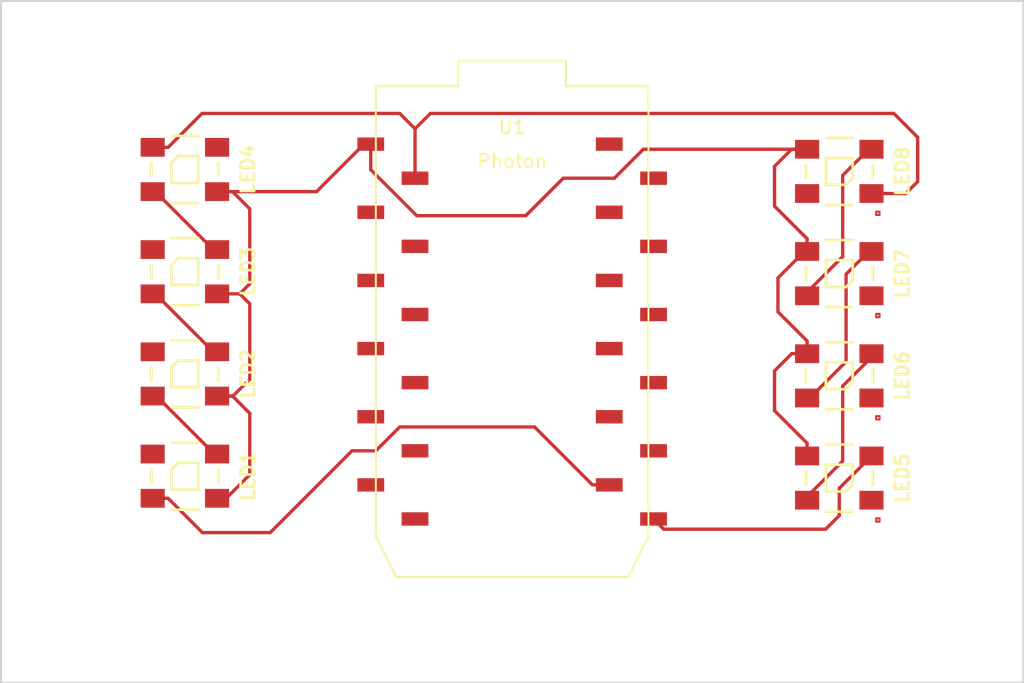
<source format=kicad_pcb>
(kicad_pcb (version 4) (host pcbnew 4.0.3-stable)

  (general
    (links 24)
    (no_connects 24)
    (area 101.524999 76.124999 177.875001 127.075001)
    (thickness 1.6)
    (drawings 4)
    (tracks 90)
    (zones 0)
    (modules 9)
    (nets 11)
  )

  (page A4)
  (layers
    (0 F.Cu signal)
    (31 B.Cu signal)
    (32 B.Adhes user)
    (33 F.Adhes user)
    (34 B.Paste user)
    (35 F.Paste user)
    (36 B.SilkS user)
    (37 F.SilkS user)
    (38 B.Mask user)
    (39 F.Mask user)
    (40 Dwgs.User user)
    (41 Cmts.User user)
    (42 Eco1.User user)
    (43 Eco2.User user)
    (44 Edge.Cuts user)
    (45 Margin user)
    (46 B.CrtYd user)
    (47 F.CrtYd user)
    (48 B.Fab user)
    (49 F.Fab user)
  )

  (setup
    (last_trace_width 0.25)
    (trace_clearance 0.2)
    (zone_clearance 0.508)
    (zone_45_only no)
    (trace_min 0.2)
    (segment_width 0.2)
    (edge_width 0.15)
    (via_size 0.6)
    (via_drill 0.4)
    (via_min_size 0.4)
    (via_min_drill 0.3)
    (uvia_size 0.3)
    (uvia_drill 0.1)
    (uvias_allowed no)
    (uvia_min_size 0.2)
    (uvia_min_drill 0.1)
    (pcb_text_width 0.3)
    (pcb_text_size 1.5 1.5)
    (mod_edge_width 0.15)
    (mod_text_size 1 1)
    (mod_text_width 0.15)
    (pad_size 1.524 1.524)
    (pad_drill 0.762)
    (pad_to_mask_clearance 0.2)
    (aux_axis_origin 0 0)
    (visible_elements FFFFFF7F)
    (pcbplotparams
      (layerselection 0x00030_80000001)
      (usegerberextensions false)
      (excludeedgelayer true)
      (linewidth 0.100000)
      (plotframeref false)
      (viasonmask false)
      (mode 1)
      (useauxorigin false)
      (hpglpennumber 1)
      (hpglpenspeed 20)
      (hpglpendiameter 15)
      (hpglpenoverlay 2)
      (psnegative false)
      (psa4output false)
      (plotreference true)
      (plotvalue true)
      (plotinvisibletext false)
      (padsonsilk false)
      (subtractmaskfromsilk false)
      (outputformat 1)
      (mirror false)
      (drillshape 1)
      (scaleselection 1)
      (outputdirectory ""))
  )

  (net 0 "")
  (net 1 +5V)
  (net 2 GND)
  (net 3 "Net-(LED1-Pad2)")
  (net 4 "Net-(LED1-Pad4)")
  (net 5 "Net-(LED2-Pad2)")
  (net 6 "Net-(LED3-Pad2)")
  (net 7 "Net-(LED5-Pad2)")
  (net 8 "Net-(LED5-Pad4)")
  (net 9 "Net-(LED6-Pad4)")
  (net 10 "Net-(LED7-Pad4)")

  (net_class Default "This is the default net class."
    (clearance 0.2)
    (trace_width 0.25)
    (via_dia 0.6)
    (via_drill 0.4)
    (uvia_dia 0.3)
    (uvia_drill 0.1)
    (add_net +5V)
    (add_net GND)
    (add_net "Net-(LED1-Pad2)")
    (add_net "Net-(LED1-Pad4)")
    (add_net "Net-(LED2-Pad2)")
    (add_net "Net-(LED3-Pad2)")
    (add_net "Net-(LED5-Pad2)")
    (add_net "Net-(LED5-Pad4)")
    (add_net "Net-(LED6-Pad4)")
    (add_net "Net-(LED7-Pad4)")
  )

  (module WS2812B:WS2812B (layer F.Cu) (tedit 53BEE615) (tstamp 583E626B)
    (at 115.306194 111.61753 270)
    (path /583CF53A)
    (fp_text reference LED1 (at 0 -4.7 270) (layer F.SilkS)
      (effects (font (size 1 1) (thickness 0.2)))
    )
    (fp_text value WS2812B (at 0 4.8 270) (layer F.SilkS) hide
      (effects (font (size 1 1) (thickness 0.2)))
    )
    (fp_line (start -1 -1) (end 1 -1) (layer F.SilkS) (width 0.2))
    (fp_line (start 1 -1) (end 1 1) (layer F.SilkS) (width 0.2))
    (fp_line (start 1 1) (end -0.5 1) (layer F.SilkS) (width 0.2))
    (fp_line (start -0.5 1) (end -1 0.5) (layer F.SilkS) (width 0.2))
    (fp_line (start -1 0.5) (end -1 -1) (layer F.SilkS) (width 0.2))
    (fp_line (start -2.5 -1) (end -2.5 1) (layer F.SilkS) (width 0.2))
    (fp_line (start -0.5 2.5) (end 0.5 2.5) (layer F.SilkS) (width 0.2))
    (fp_line (start 2.5 -1) (end 2.5 1) (layer F.SilkS) (width 0.2))
    (fp_line (start -0.5 -2.5) (end 0.5 -2.5) (layer F.SilkS) (width 0.2))
    (fp_line (start 2.1 2.5) (end 2.5 2.5) (layer Dwgs.User) (width 0.2))
    (fp_line (start -1.2 2.5) (end 1.2 2.5) (layer Dwgs.User) (width 0.2))
    (fp_line (start -2.5 2.5) (end -2.1 2.5) (layer Dwgs.User) (width 0.2))
    (fp_line (start 2.1 -2.5) (end 2.5 -2.5) (layer Dwgs.User) (width 0.2))
    (fp_line (start -1.2 -2.5) (end 1.2 -2.5) (layer Dwgs.User) (width 0.2))
    (fp_line (start -2.5 -2.5) (end -2.1 -2.5) (layer Dwgs.User) (width 0.2))
    (fp_line (start -2.1 -2.7) (end -1.2 -2.7) (layer Dwgs.User) (width 0.2))
    (fp_line (start -1.2 -2.7) (end -1.2 -1.8) (layer Dwgs.User) (width 0.2))
    (fp_line (start -1.2 -1.8) (end -2.1 -1.8) (layer Dwgs.User) (width 0.2))
    (fp_line (start -2.1 -1.8) (end -2.1 -2.7) (layer Dwgs.User) (width 0.2))
    (fp_line (start 2.1 -2.7) (end 1.2 -2.7) (layer Dwgs.User) (width 0.2))
    (fp_line (start 1.2 -2.7) (end 1.2 -1.8) (layer Dwgs.User) (width 0.2))
    (fp_line (start 1.2 -1.8) (end 2.1 -1.8) (layer Dwgs.User) (width 0.2))
    (fp_line (start 2.1 -1.8) (end 2.1 -2.7) (layer Dwgs.User) (width 0.2))
    (fp_line (start -2.1 2.7) (end -2.1 1.8) (layer Dwgs.User) (width 0.2))
    (fp_line (start -2.1 1.8) (end -1.2 1.8) (layer Dwgs.User) (width 0.2))
    (fp_line (start -1.2 1.8) (end -1.2 2.7) (layer Dwgs.User) (width 0.2))
    (fp_line (start -1.2 2.7) (end -2.1 2.7) (layer Dwgs.User) (width 0.2))
    (fp_line (start 1.2 2.7) (end 1.2 1.8) (layer Dwgs.User) (width 0.2))
    (fp_line (start 1.2 1.8) (end 2.1 1.8) (layer Dwgs.User) (width 0.2))
    (fp_line (start 2.1 1.8) (end 2.1 2.7) (layer Dwgs.User) (width 0.2))
    (fp_line (start 2.1 2.7) (end 1.2 2.7) (layer Dwgs.User) (width 0.2))
    (fp_line (start 2.5 -2.5) (end 2.5 2.5) (layer Dwgs.User) (width 0.2))
    (fp_line (start -2.49936 2.49936) (end -2.49936 -2.49936) (layer Dwgs.User) (width 0.2))
    (pad 1 smd rect (at 1.65 -2.4 270) (size 1.4 1.8) (layers F.Cu F.Paste F.Mask)
      (net 1 +5V))
    (pad 2 smd rect (at -1.65 -2.4 270) (size 1.4 1.8) (layers F.Cu F.Paste F.Mask)
      (net 3 "Net-(LED1-Pad2)"))
    (pad 3 smd rect (at -1.65 2.4 270) (size 1.4 1.8) (layers F.Cu F.Paste F.Mask)
      (net 2 GND))
    (pad 4 smd rect (at 1.65 2.4 270) (size 1.4 1.8) (layers F.Cu F.Paste F.Mask)
      (net 4 "Net-(LED1-Pad4)"))
  )

  (module WS2812B:WS2812B (layer F.Cu) (tedit 53BEE615) (tstamp 583E6273)
    (at 115.306194 103.99753 270)
    (path /583CF574)
    (fp_text reference LED2 (at 0 -4.7 270) (layer F.SilkS)
      (effects (font (size 1 1) (thickness 0.2)))
    )
    (fp_text value WS2812B (at 0 4.8 270) (layer F.SilkS) hide
      (effects (font (size 1 1) (thickness 0.2)))
    )
    (fp_line (start -1 -1) (end 1 -1) (layer F.SilkS) (width 0.2))
    (fp_line (start 1 -1) (end 1 1) (layer F.SilkS) (width 0.2))
    (fp_line (start 1 1) (end -0.5 1) (layer F.SilkS) (width 0.2))
    (fp_line (start -0.5 1) (end -1 0.5) (layer F.SilkS) (width 0.2))
    (fp_line (start -1 0.5) (end -1 -1) (layer F.SilkS) (width 0.2))
    (fp_line (start -2.5 -1) (end -2.5 1) (layer F.SilkS) (width 0.2))
    (fp_line (start -0.5 2.5) (end 0.5 2.5) (layer F.SilkS) (width 0.2))
    (fp_line (start 2.5 -1) (end 2.5 1) (layer F.SilkS) (width 0.2))
    (fp_line (start -0.5 -2.5) (end 0.5 -2.5) (layer F.SilkS) (width 0.2))
    (fp_line (start 2.1 2.5) (end 2.5 2.5) (layer Dwgs.User) (width 0.2))
    (fp_line (start -1.2 2.5) (end 1.2 2.5) (layer Dwgs.User) (width 0.2))
    (fp_line (start -2.5 2.5) (end -2.1 2.5) (layer Dwgs.User) (width 0.2))
    (fp_line (start 2.1 -2.5) (end 2.5 -2.5) (layer Dwgs.User) (width 0.2))
    (fp_line (start -1.2 -2.5) (end 1.2 -2.5) (layer Dwgs.User) (width 0.2))
    (fp_line (start -2.5 -2.5) (end -2.1 -2.5) (layer Dwgs.User) (width 0.2))
    (fp_line (start -2.1 -2.7) (end -1.2 -2.7) (layer Dwgs.User) (width 0.2))
    (fp_line (start -1.2 -2.7) (end -1.2 -1.8) (layer Dwgs.User) (width 0.2))
    (fp_line (start -1.2 -1.8) (end -2.1 -1.8) (layer Dwgs.User) (width 0.2))
    (fp_line (start -2.1 -1.8) (end -2.1 -2.7) (layer Dwgs.User) (width 0.2))
    (fp_line (start 2.1 -2.7) (end 1.2 -2.7) (layer Dwgs.User) (width 0.2))
    (fp_line (start 1.2 -2.7) (end 1.2 -1.8) (layer Dwgs.User) (width 0.2))
    (fp_line (start 1.2 -1.8) (end 2.1 -1.8) (layer Dwgs.User) (width 0.2))
    (fp_line (start 2.1 -1.8) (end 2.1 -2.7) (layer Dwgs.User) (width 0.2))
    (fp_line (start -2.1 2.7) (end -2.1 1.8) (layer Dwgs.User) (width 0.2))
    (fp_line (start -2.1 1.8) (end -1.2 1.8) (layer Dwgs.User) (width 0.2))
    (fp_line (start -1.2 1.8) (end -1.2 2.7) (layer Dwgs.User) (width 0.2))
    (fp_line (start -1.2 2.7) (end -2.1 2.7) (layer Dwgs.User) (width 0.2))
    (fp_line (start 1.2 2.7) (end 1.2 1.8) (layer Dwgs.User) (width 0.2))
    (fp_line (start 1.2 1.8) (end 2.1 1.8) (layer Dwgs.User) (width 0.2))
    (fp_line (start 2.1 1.8) (end 2.1 2.7) (layer Dwgs.User) (width 0.2))
    (fp_line (start 2.1 2.7) (end 1.2 2.7) (layer Dwgs.User) (width 0.2))
    (fp_line (start 2.5 -2.5) (end 2.5 2.5) (layer Dwgs.User) (width 0.2))
    (fp_line (start -2.49936 2.49936) (end -2.49936 -2.49936) (layer Dwgs.User) (width 0.2))
    (pad 1 smd rect (at 1.65 -2.4 270) (size 1.4 1.8) (layers F.Cu F.Paste F.Mask)
      (net 1 +5V))
    (pad 2 smd rect (at -1.65 -2.4 270) (size 1.4 1.8) (layers F.Cu F.Paste F.Mask)
      (net 5 "Net-(LED2-Pad2)"))
    (pad 3 smd rect (at -1.65 2.4 270) (size 1.4 1.8) (layers F.Cu F.Paste F.Mask)
      (net 2 GND))
    (pad 4 smd rect (at 1.65 2.4 270) (size 1.4 1.8) (layers F.Cu F.Paste F.Mask)
      (net 3 "Net-(LED1-Pad2)"))
  )

  (module WS2812B:WS2812B (layer F.Cu) (tedit 53BEE615) (tstamp 583E627B)
    (at 115.306194 96.37753 270)
    (path /583CF5BA)
    (fp_text reference LED3 (at 0 -4.7 270) (layer F.SilkS)
      (effects (font (size 1 1) (thickness 0.2)))
    )
    (fp_text value WS2812B (at 0 4.8 270) (layer F.SilkS) hide
      (effects (font (size 1 1) (thickness 0.2)))
    )
    (fp_line (start -1 -1) (end 1 -1) (layer F.SilkS) (width 0.2))
    (fp_line (start 1 -1) (end 1 1) (layer F.SilkS) (width 0.2))
    (fp_line (start 1 1) (end -0.5 1) (layer F.SilkS) (width 0.2))
    (fp_line (start -0.5 1) (end -1 0.5) (layer F.SilkS) (width 0.2))
    (fp_line (start -1 0.5) (end -1 -1) (layer F.SilkS) (width 0.2))
    (fp_line (start -2.5 -1) (end -2.5 1) (layer F.SilkS) (width 0.2))
    (fp_line (start -0.5 2.5) (end 0.5 2.5) (layer F.SilkS) (width 0.2))
    (fp_line (start 2.5 -1) (end 2.5 1) (layer F.SilkS) (width 0.2))
    (fp_line (start -0.5 -2.5) (end 0.5 -2.5) (layer F.SilkS) (width 0.2))
    (fp_line (start 2.1 2.5) (end 2.5 2.5) (layer Dwgs.User) (width 0.2))
    (fp_line (start -1.2 2.5) (end 1.2 2.5) (layer Dwgs.User) (width 0.2))
    (fp_line (start -2.5 2.5) (end -2.1 2.5) (layer Dwgs.User) (width 0.2))
    (fp_line (start 2.1 -2.5) (end 2.5 -2.5) (layer Dwgs.User) (width 0.2))
    (fp_line (start -1.2 -2.5) (end 1.2 -2.5) (layer Dwgs.User) (width 0.2))
    (fp_line (start -2.5 -2.5) (end -2.1 -2.5) (layer Dwgs.User) (width 0.2))
    (fp_line (start -2.1 -2.7) (end -1.2 -2.7) (layer Dwgs.User) (width 0.2))
    (fp_line (start -1.2 -2.7) (end -1.2 -1.8) (layer Dwgs.User) (width 0.2))
    (fp_line (start -1.2 -1.8) (end -2.1 -1.8) (layer Dwgs.User) (width 0.2))
    (fp_line (start -2.1 -1.8) (end -2.1 -2.7) (layer Dwgs.User) (width 0.2))
    (fp_line (start 2.1 -2.7) (end 1.2 -2.7) (layer Dwgs.User) (width 0.2))
    (fp_line (start 1.2 -2.7) (end 1.2 -1.8) (layer Dwgs.User) (width 0.2))
    (fp_line (start 1.2 -1.8) (end 2.1 -1.8) (layer Dwgs.User) (width 0.2))
    (fp_line (start 2.1 -1.8) (end 2.1 -2.7) (layer Dwgs.User) (width 0.2))
    (fp_line (start -2.1 2.7) (end -2.1 1.8) (layer Dwgs.User) (width 0.2))
    (fp_line (start -2.1 1.8) (end -1.2 1.8) (layer Dwgs.User) (width 0.2))
    (fp_line (start -1.2 1.8) (end -1.2 2.7) (layer Dwgs.User) (width 0.2))
    (fp_line (start -1.2 2.7) (end -2.1 2.7) (layer Dwgs.User) (width 0.2))
    (fp_line (start 1.2 2.7) (end 1.2 1.8) (layer Dwgs.User) (width 0.2))
    (fp_line (start 1.2 1.8) (end 2.1 1.8) (layer Dwgs.User) (width 0.2))
    (fp_line (start 2.1 1.8) (end 2.1 2.7) (layer Dwgs.User) (width 0.2))
    (fp_line (start 2.1 2.7) (end 1.2 2.7) (layer Dwgs.User) (width 0.2))
    (fp_line (start 2.5 -2.5) (end 2.5 2.5) (layer Dwgs.User) (width 0.2))
    (fp_line (start -2.49936 2.49936) (end -2.49936 -2.49936) (layer Dwgs.User) (width 0.2))
    (pad 1 smd rect (at 1.65 -2.4 270) (size 1.4 1.8) (layers F.Cu F.Paste F.Mask)
      (net 1 +5V))
    (pad 2 smd rect (at -1.65 -2.4 270) (size 1.4 1.8) (layers F.Cu F.Paste F.Mask)
      (net 6 "Net-(LED3-Pad2)"))
    (pad 3 smd rect (at -1.65 2.4 270) (size 1.4 1.8) (layers F.Cu F.Paste F.Mask)
      (net 2 GND))
    (pad 4 smd rect (at 1.65 2.4 270) (size 1.4 1.8) (layers F.Cu F.Paste F.Mask)
      (net 5 "Net-(LED2-Pad2)"))
  )

  (module WS2812B:WS2812B (layer F.Cu) (tedit 53BEE615) (tstamp 583E6283)
    (at 115.306194 88.75753 270)
    (path /583CF5FA)
    (fp_text reference LED4 (at 0 -4.7 270) (layer F.SilkS)
      (effects (font (size 1 1) (thickness 0.2)))
    )
    (fp_text value WS2812B (at 0 4.8 270) (layer F.SilkS) hide
      (effects (font (size 1 1) (thickness 0.2)))
    )
    (fp_line (start -1 -1) (end 1 -1) (layer F.SilkS) (width 0.2))
    (fp_line (start 1 -1) (end 1 1) (layer F.SilkS) (width 0.2))
    (fp_line (start 1 1) (end -0.5 1) (layer F.SilkS) (width 0.2))
    (fp_line (start -0.5 1) (end -1 0.5) (layer F.SilkS) (width 0.2))
    (fp_line (start -1 0.5) (end -1 -1) (layer F.SilkS) (width 0.2))
    (fp_line (start -2.5 -1) (end -2.5 1) (layer F.SilkS) (width 0.2))
    (fp_line (start -0.5 2.5) (end 0.5 2.5) (layer F.SilkS) (width 0.2))
    (fp_line (start 2.5 -1) (end 2.5 1) (layer F.SilkS) (width 0.2))
    (fp_line (start -0.5 -2.5) (end 0.5 -2.5) (layer F.SilkS) (width 0.2))
    (fp_line (start 2.1 2.5) (end 2.5 2.5) (layer Dwgs.User) (width 0.2))
    (fp_line (start -1.2 2.5) (end 1.2 2.5) (layer Dwgs.User) (width 0.2))
    (fp_line (start -2.5 2.5) (end -2.1 2.5) (layer Dwgs.User) (width 0.2))
    (fp_line (start 2.1 -2.5) (end 2.5 -2.5) (layer Dwgs.User) (width 0.2))
    (fp_line (start -1.2 -2.5) (end 1.2 -2.5) (layer Dwgs.User) (width 0.2))
    (fp_line (start -2.5 -2.5) (end -2.1 -2.5) (layer Dwgs.User) (width 0.2))
    (fp_line (start -2.1 -2.7) (end -1.2 -2.7) (layer Dwgs.User) (width 0.2))
    (fp_line (start -1.2 -2.7) (end -1.2 -1.8) (layer Dwgs.User) (width 0.2))
    (fp_line (start -1.2 -1.8) (end -2.1 -1.8) (layer Dwgs.User) (width 0.2))
    (fp_line (start -2.1 -1.8) (end -2.1 -2.7) (layer Dwgs.User) (width 0.2))
    (fp_line (start 2.1 -2.7) (end 1.2 -2.7) (layer Dwgs.User) (width 0.2))
    (fp_line (start 1.2 -2.7) (end 1.2 -1.8) (layer Dwgs.User) (width 0.2))
    (fp_line (start 1.2 -1.8) (end 2.1 -1.8) (layer Dwgs.User) (width 0.2))
    (fp_line (start 2.1 -1.8) (end 2.1 -2.7) (layer Dwgs.User) (width 0.2))
    (fp_line (start -2.1 2.7) (end -2.1 1.8) (layer Dwgs.User) (width 0.2))
    (fp_line (start -2.1 1.8) (end -1.2 1.8) (layer Dwgs.User) (width 0.2))
    (fp_line (start -1.2 1.8) (end -1.2 2.7) (layer Dwgs.User) (width 0.2))
    (fp_line (start -1.2 2.7) (end -2.1 2.7) (layer Dwgs.User) (width 0.2))
    (fp_line (start 1.2 2.7) (end 1.2 1.8) (layer Dwgs.User) (width 0.2))
    (fp_line (start 1.2 1.8) (end 2.1 1.8) (layer Dwgs.User) (width 0.2))
    (fp_line (start 2.1 1.8) (end 2.1 2.7) (layer Dwgs.User) (width 0.2))
    (fp_line (start 2.1 2.7) (end 1.2 2.7) (layer Dwgs.User) (width 0.2))
    (fp_line (start 2.5 -2.5) (end 2.5 2.5) (layer Dwgs.User) (width 0.2))
    (fp_line (start -2.49936 2.49936) (end -2.49936 -2.49936) (layer Dwgs.User) (width 0.2))
    (pad 1 smd rect (at 1.65 -2.4 270) (size 1.4 1.8) (layers F.Cu F.Paste F.Mask)
      (net 1 +5V))
    (pad 2 smd rect (at -1.65 -2.4 270) (size 1.4 1.8) (layers F.Cu F.Paste F.Mask))
    (pad 3 smd rect (at -1.65 2.4 270) (size 1.4 1.8) (layers F.Cu F.Paste F.Mask)
      (net 2 GND))
    (pad 4 smd rect (at 1.65 2.4 270) (size 1.4 1.8) (layers F.Cu F.Paste F.Mask)
      (net 6 "Net-(LED3-Pad2)"))
  )

  (module WS2812B:SK6812 (layer F.Cu) (tedit 583E428D) (tstamp 583E628B)
    (at 164.084 111.76 270)
    (path /583D3C47)
    (fp_text reference LED5 (at 0 -4.7 270) (layer F.SilkS)
      (effects (font (size 1 1) (thickness 0.2)))
    )
    (fp_text value SK6812 (at 0 4.8 270) (layer F.SilkS) hide
      (effects (font (size 1 1) (thickness 0.2)))
    )
    (fp_line (start 3.25 -2.75) (end 3.25 -3) (layer F.Cu) (width 0.15))
    (fp_line (start 3 -2.75) (end 3.25 -2.75) (layer F.Cu) (width 0.15))
    (fp_line (start 3 -3) (end 3 -2.75) (layer F.Cu) (width 0.15))
    (fp_line (start 3.25 -3) (end 3 -3) (layer F.Cu) (width 0.15))
    (fp_line (start 0.5 -1) (end 1 -0.5) (layer F.SilkS) (width 0.2))
    (fp_line (start -1 -1) (end 0.5 -1) (layer F.SilkS) (width 0.2))
    (fp_line (start 1 -0.5) (end 1 1) (layer F.SilkS) (width 0.2))
    (fp_line (start 1 1) (end -1 1) (layer F.SilkS) (width 0.2))
    (fp_line (start -1 1) (end -1 -1) (layer F.SilkS) (width 0.2))
    (fp_line (start -2.5 -1) (end -2.5 1) (layer F.SilkS) (width 0.2))
    (fp_line (start -0.5 2.5) (end 0.5 2.5) (layer F.SilkS) (width 0.2))
    (fp_line (start 2.5 -1) (end 2.5 1) (layer F.SilkS) (width 0.2))
    (fp_line (start -0.5 -2.5) (end 0.5 -2.5) (layer F.SilkS) (width 0.2))
    (fp_line (start 2.1 2.5) (end 2.5 2.5) (layer Dwgs.User) (width 0.2))
    (fp_line (start -1.2 2.5) (end 1.2 2.5) (layer Dwgs.User) (width 0.2))
    (fp_line (start -2.5 2.5) (end -2.1 2.5) (layer Dwgs.User) (width 0.2))
    (fp_line (start 2.1 -2.5) (end 2.5 -2.5) (layer Dwgs.User) (width 0.2))
    (fp_line (start -1.2 -2.5) (end 1.2 -2.5) (layer Dwgs.User) (width 0.2))
    (fp_line (start -2.5 -2.5) (end -2.1 -2.5) (layer Dwgs.User) (width 0.2))
    (fp_line (start -2.1 -2.7) (end -1.2 -2.7) (layer Dwgs.User) (width 0.2))
    (fp_line (start -1.2 -2.7) (end -1.2 -1.8) (layer Dwgs.User) (width 0.2))
    (fp_line (start -1.2 -1.8) (end -2.1 -1.8) (layer Dwgs.User) (width 0.2))
    (fp_line (start -2.1 -1.8) (end -2.1 -2.7) (layer Dwgs.User) (width 0.2))
    (fp_line (start 2.1 -2.7) (end 1.2 -2.7) (layer Dwgs.User) (width 0.2))
    (fp_line (start 1.2 -2.7) (end 1.2 -1.8) (layer Dwgs.User) (width 0.2))
    (fp_line (start 1.2 -1.8) (end 2.1 -1.8) (layer Dwgs.User) (width 0.2))
    (fp_line (start 2.1 -1.8) (end 2.1 -2.7) (layer Dwgs.User) (width 0.2))
    (fp_line (start -2.1 2.7) (end -2.1 1.8) (layer Dwgs.User) (width 0.2))
    (fp_line (start -2.1 1.8) (end -1.2 1.8) (layer Dwgs.User) (width 0.2))
    (fp_line (start -1.2 1.8) (end -1.2 2.7) (layer Dwgs.User) (width 0.2))
    (fp_line (start -1.2 2.7) (end -2.1 2.7) (layer Dwgs.User) (width 0.2))
    (fp_line (start 1.2 2.7) (end 1.2 1.8) (layer Dwgs.User) (width 0.2))
    (fp_line (start 1.2 1.8) (end 2.1 1.8) (layer Dwgs.User) (width 0.2))
    (fp_line (start 2.1 1.8) (end 2.1 2.7) (layer Dwgs.User) (width 0.2))
    (fp_line (start 2.1 2.7) (end 1.2 2.7) (layer Dwgs.User) (width 0.2))
    (fp_line (start 2.5 -2.5) (end 2.5 2.5) (layer Dwgs.User) (width 0.2))
    (fp_line (start -2.49936 2.49936) (end -2.49936 -2.49936) (layer Dwgs.User) (width 0.2))
    (pad 1 smd rect (at 1.65 -2.4 270) (size 1.4 1.8) (layers F.Cu F.Paste F.Mask)
      (net 2 GND))
    (pad 2 smd rect (at -1.65 -2.4 270) (size 1.4 1.8) (layers F.Cu F.Paste F.Mask)
      (net 7 "Net-(LED5-Pad2)"))
    (pad 3 smd rect (at -1.65 2.4 270) (size 1.4 1.8) (layers F.Cu F.Paste F.Mask)
      (net 1 +5V))
    (pad 4 smd rect (at 1.65 2.4 270) (size 1.4 1.8) (layers F.Cu F.Paste F.Mask)
      (net 8 "Net-(LED5-Pad4)"))
  )

  (module WS2812B:SK6812 (layer F.Cu) (tedit 583E428D) (tstamp 583E6293)
    (at 164.084 104.14 270)
    (path /583D3D04)
    (fp_text reference LED6 (at 0 -4.7 270) (layer F.SilkS)
      (effects (font (size 1 1) (thickness 0.2)))
    )
    (fp_text value SK6812 (at 0 4.8 270) (layer F.SilkS) hide
      (effects (font (size 1 1) (thickness 0.2)))
    )
    (fp_line (start 3.25 -2.75) (end 3.25 -3) (layer F.Cu) (width 0.15))
    (fp_line (start 3 -2.75) (end 3.25 -2.75) (layer F.Cu) (width 0.15))
    (fp_line (start 3 -3) (end 3 -2.75) (layer F.Cu) (width 0.15))
    (fp_line (start 3.25 -3) (end 3 -3) (layer F.Cu) (width 0.15))
    (fp_line (start 0.5 -1) (end 1 -0.5) (layer F.SilkS) (width 0.2))
    (fp_line (start -1 -1) (end 0.5 -1) (layer F.SilkS) (width 0.2))
    (fp_line (start 1 -0.5) (end 1 1) (layer F.SilkS) (width 0.2))
    (fp_line (start 1 1) (end -1 1) (layer F.SilkS) (width 0.2))
    (fp_line (start -1 1) (end -1 -1) (layer F.SilkS) (width 0.2))
    (fp_line (start -2.5 -1) (end -2.5 1) (layer F.SilkS) (width 0.2))
    (fp_line (start -0.5 2.5) (end 0.5 2.5) (layer F.SilkS) (width 0.2))
    (fp_line (start 2.5 -1) (end 2.5 1) (layer F.SilkS) (width 0.2))
    (fp_line (start -0.5 -2.5) (end 0.5 -2.5) (layer F.SilkS) (width 0.2))
    (fp_line (start 2.1 2.5) (end 2.5 2.5) (layer Dwgs.User) (width 0.2))
    (fp_line (start -1.2 2.5) (end 1.2 2.5) (layer Dwgs.User) (width 0.2))
    (fp_line (start -2.5 2.5) (end -2.1 2.5) (layer Dwgs.User) (width 0.2))
    (fp_line (start 2.1 -2.5) (end 2.5 -2.5) (layer Dwgs.User) (width 0.2))
    (fp_line (start -1.2 -2.5) (end 1.2 -2.5) (layer Dwgs.User) (width 0.2))
    (fp_line (start -2.5 -2.5) (end -2.1 -2.5) (layer Dwgs.User) (width 0.2))
    (fp_line (start -2.1 -2.7) (end -1.2 -2.7) (layer Dwgs.User) (width 0.2))
    (fp_line (start -1.2 -2.7) (end -1.2 -1.8) (layer Dwgs.User) (width 0.2))
    (fp_line (start -1.2 -1.8) (end -2.1 -1.8) (layer Dwgs.User) (width 0.2))
    (fp_line (start -2.1 -1.8) (end -2.1 -2.7) (layer Dwgs.User) (width 0.2))
    (fp_line (start 2.1 -2.7) (end 1.2 -2.7) (layer Dwgs.User) (width 0.2))
    (fp_line (start 1.2 -2.7) (end 1.2 -1.8) (layer Dwgs.User) (width 0.2))
    (fp_line (start 1.2 -1.8) (end 2.1 -1.8) (layer Dwgs.User) (width 0.2))
    (fp_line (start 2.1 -1.8) (end 2.1 -2.7) (layer Dwgs.User) (width 0.2))
    (fp_line (start -2.1 2.7) (end -2.1 1.8) (layer Dwgs.User) (width 0.2))
    (fp_line (start -2.1 1.8) (end -1.2 1.8) (layer Dwgs.User) (width 0.2))
    (fp_line (start -1.2 1.8) (end -1.2 2.7) (layer Dwgs.User) (width 0.2))
    (fp_line (start -1.2 2.7) (end -2.1 2.7) (layer Dwgs.User) (width 0.2))
    (fp_line (start 1.2 2.7) (end 1.2 1.8) (layer Dwgs.User) (width 0.2))
    (fp_line (start 1.2 1.8) (end 2.1 1.8) (layer Dwgs.User) (width 0.2))
    (fp_line (start 2.1 1.8) (end 2.1 2.7) (layer Dwgs.User) (width 0.2))
    (fp_line (start 2.1 2.7) (end 1.2 2.7) (layer Dwgs.User) (width 0.2))
    (fp_line (start 2.5 -2.5) (end 2.5 2.5) (layer Dwgs.User) (width 0.2))
    (fp_line (start -2.49936 2.49936) (end -2.49936 -2.49936) (layer Dwgs.User) (width 0.2))
    (pad 1 smd rect (at 1.65 -2.4 270) (size 1.4 1.8) (layers F.Cu F.Paste F.Mask)
      (net 2 GND))
    (pad 2 smd rect (at -1.65 -2.4 270) (size 1.4 1.8) (layers F.Cu F.Paste F.Mask)
      (net 8 "Net-(LED5-Pad4)"))
    (pad 3 smd rect (at -1.65 2.4 270) (size 1.4 1.8) (layers F.Cu F.Paste F.Mask)
      (net 1 +5V))
    (pad 4 smd rect (at 1.65 2.4 270) (size 1.4 1.8) (layers F.Cu F.Paste F.Mask)
      (net 9 "Net-(LED6-Pad4)"))
  )

  (module WS2812B:SK6812 (layer F.Cu) (tedit 583E428D) (tstamp 583E629B)
    (at 164.084 96.52 270)
    (path /583D3F19)
    (fp_text reference LED7 (at 0 -4.7 270) (layer F.SilkS)
      (effects (font (size 1 1) (thickness 0.2)))
    )
    (fp_text value SK6812 (at 0 4.8 270) (layer F.SilkS) hide
      (effects (font (size 1 1) (thickness 0.2)))
    )
    (fp_line (start 3.25 -2.75) (end 3.25 -3) (layer F.Cu) (width 0.15))
    (fp_line (start 3 -2.75) (end 3.25 -2.75) (layer F.Cu) (width 0.15))
    (fp_line (start 3 -3) (end 3 -2.75) (layer F.Cu) (width 0.15))
    (fp_line (start 3.25 -3) (end 3 -3) (layer F.Cu) (width 0.15))
    (fp_line (start 0.5 -1) (end 1 -0.5) (layer F.SilkS) (width 0.2))
    (fp_line (start -1 -1) (end 0.5 -1) (layer F.SilkS) (width 0.2))
    (fp_line (start 1 -0.5) (end 1 1) (layer F.SilkS) (width 0.2))
    (fp_line (start 1 1) (end -1 1) (layer F.SilkS) (width 0.2))
    (fp_line (start -1 1) (end -1 -1) (layer F.SilkS) (width 0.2))
    (fp_line (start -2.5 -1) (end -2.5 1) (layer F.SilkS) (width 0.2))
    (fp_line (start -0.5 2.5) (end 0.5 2.5) (layer F.SilkS) (width 0.2))
    (fp_line (start 2.5 -1) (end 2.5 1) (layer F.SilkS) (width 0.2))
    (fp_line (start -0.5 -2.5) (end 0.5 -2.5) (layer F.SilkS) (width 0.2))
    (fp_line (start 2.1 2.5) (end 2.5 2.5) (layer Dwgs.User) (width 0.2))
    (fp_line (start -1.2 2.5) (end 1.2 2.5) (layer Dwgs.User) (width 0.2))
    (fp_line (start -2.5 2.5) (end -2.1 2.5) (layer Dwgs.User) (width 0.2))
    (fp_line (start 2.1 -2.5) (end 2.5 -2.5) (layer Dwgs.User) (width 0.2))
    (fp_line (start -1.2 -2.5) (end 1.2 -2.5) (layer Dwgs.User) (width 0.2))
    (fp_line (start -2.5 -2.5) (end -2.1 -2.5) (layer Dwgs.User) (width 0.2))
    (fp_line (start -2.1 -2.7) (end -1.2 -2.7) (layer Dwgs.User) (width 0.2))
    (fp_line (start -1.2 -2.7) (end -1.2 -1.8) (layer Dwgs.User) (width 0.2))
    (fp_line (start -1.2 -1.8) (end -2.1 -1.8) (layer Dwgs.User) (width 0.2))
    (fp_line (start -2.1 -1.8) (end -2.1 -2.7) (layer Dwgs.User) (width 0.2))
    (fp_line (start 2.1 -2.7) (end 1.2 -2.7) (layer Dwgs.User) (width 0.2))
    (fp_line (start 1.2 -2.7) (end 1.2 -1.8) (layer Dwgs.User) (width 0.2))
    (fp_line (start 1.2 -1.8) (end 2.1 -1.8) (layer Dwgs.User) (width 0.2))
    (fp_line (start 2.1 -1.8) (end 2.1 -2.7) (layer Dwgs.User) (width 0.2))
    (fp_line (start -2.1 2.7) (end -2.1 1.8) (layer Dwgs.User) (width 0.2))
    (fp_line (start -2.1 1.8) (end -1.2 1.8) (layer Dwgs.User) (width 0.2))
    (fp_line (start -1.2 1.8) (end -1.2 2.7) (layer Dwgs.User) (width 0.2))
    (fp_line (start -1.2 2.7) (end -2.1 2.7) (layer Dwgs.User) (width 0.2))
    (fp_line (start 1.2 2.7) (end 1.2 1.8) (layer Dwgs.User) (width 0.2))
    (fp_line (start 1.2 1.8) (end 2.1 1.8) (layer Dwgs.User) (width 0.2))
    (fp_line (start 2.1 1.8) (end 2.1 2.7) (layer Dwgs.User) (width 0.2))
    (fp_line (start 2.1 2.7) (end 1.2 2.7) (layer Dwgs.User) (width 0.2))
    (fp_line (start 2.5 -2.5) (end 2.5 2.5) (layer Dwgs.User) (width 0.2))
    (fp_line (start -2.49936 2.49936) (end -2.49936 -2.49936) (layer Dwgs.User) (width 0.2))
    (pad 1 smd rect (at 1.65 -2.4 270) (size 1.4 1.8) (layers F.Cu F.Paste F.Mask)
      (net 2 GND))
    (pad 2 smd rect (at -1.65 -2.4 270) (size 1.4 1.8) (layers F.Cu F.Paste F.Mask)
      (net 9 "Net-(LED6-Pad4)"))
    (pad 3 smd rect (at -1.65 2.4 270) (size 1.4 1.8) (layers F.Cu F.Paste F.Mask)
      (net 1 +5V))
    (pad 4 smd rect (at 1.65 2.4 270) (size 1.4 1.8) (layers F.Cu F.Paste F.Mask)
      (net 10 "Net-(LED7-Pad4)"))
  )

  (module WS2812B:SK6812 (layer F.Cu) (tedit 583E428D) (tstamp 583E62A3)
    (at 164.084 88.9 270)
    (path /583D3F68)
    (fp_text reference LED8 (at 0 -4.7 270) (layer F.SilkS)
      (effects (font (size 1 1) (thickness 0.2)))
    )
    (fp_text value SK6812 (at 0 4.8 270) (layer F.SilkS) hide
      (effects (font (size 1 1) (thickness 0.2)))
    )
    (fp_line (start 3.25 -2.75) (end 3.25 -3) (layer F.Cu) (width 0.15))
    (fp_line (start 3 -2.75) (end 3.25 -2.75) (layer F.Cu) (width 0.15))
    (fp_line (start 3 -3) (end 3 -2.75) (layer F.Cu) (width 0.15))
    (fp_line (start 3.25 -3) (end 3 -3) (layer F.Cu) (width 0.15))
    (fp_line (start 0.5 -1) (end 1 -0.5) (layer F.SilkS) (width 0.2))
    (fp_line (start -1 -1) (end 0.5 -1) (layer F.SilkS) (width 0.2))
    (fp_line (start 1 -0.5) (end 1 1) (layer F.SilkS) (width 0.2))
    (fp_line (start 1 1) (end -1 1) (layer F.SilkS) (width 0.2))
    (fp_line (start -1 1) (end -1 -1) (layer F.SilkS) (width 0.2))
    (fp_line (start -2.5 -1) (end -2.5 1) (layer F.SilkS) (width 0.2))
    (fp_line (start -0.5 2.5) (end 0.5 2.5) (layer F.SilkS) (width 0.2))
    (fp_line (start 2.5 -1) (end 2.5 1) (layer F.SilkS) (width 0.2))
    (fp_line (start -0.5 -2.5) (end 0.5 -2.5) (layer F.SilkS) (width 0.2))
    (fp_line (start 2.1 2.5) (end 2.5 2.5) (layer Dwgs.User) (width 0.2))
    (fp_line (start -1.2 2.5) (end 1.2 2.5) (layer Dwgs.User) (width 0.2))
    (fp_line (start -2.5 2.5) (end -2.1 2.5) (layer Dwgs.User) (width 0.2))
    (fp_line (start 2.1 -2.5) (end 2.5 -2.5) (layer Dwgs.User) (width 0.2))
    (fp_line (start -1.2 -2.5) (end 1.2 -2.5) (layer Dwgs.User) (width 0.2))
    (fp_line (start -2.5 -2.5) (end -2.1 -2.5) (layer Dwgs.User) (width 0.2))
    (fp_line (start -2.1 -2.7) (end -1.2 -2.7) (layer Dwgs.User) (width 0.2))
    (fp_line (start -1.2 -2.7) (end -1.2 -1.8) (layer Dwgs.User) (width 0.2))
    (fp_line (start -1.2 -1.8) (end -2.1 -1.8) (layer Dwgs.User) (width 0.2))
    (fp_line (start -2.1 -1.8) (end -2.1 -2.7) (layer Dwgs.User) (width 0.2))
    (fp_line (start 2.1 -2.7) (end 1.2 -2.7) (layer Dwgs.User) (width 0.2))
    (fp_line (start 1.2 -2.7) (end 1.2 -1.8) (layer Dwgs.User) (width 0.2))
    (fp_line (start 1.2 -1.8) (end 2.1 -1.8) (layer Dwgs.User) (width 0.2))
    (fp_line (start 2.1 -1.8) (end 2.1 -2.7) (layer Dwgs.User) (width 0.2))
    (fp_line (start -2.1 2.7) (end -2.1 1.8) (layer Dwgs.User) (width 0.2))
    (fp_line (start -2.1 1.8) (end -1.2 1.8) (layer Dwgs.User) (width 0.2))
    (fp_line (start -1.2 1.8) (end -1.2 2.7) (layer Dwgs.User) (width 0.2))
    (fp_line (start -1.2 2.7) (end -2.1 2.7) (layer Dwgs.User) (width 0.2))
    (fp_line (start 1.2 2.7) (end 1.2 1.8) (layer Dwgs.User) (width 0.2))
    (fp_line (start 1.2 1.8) (end 2.1 1.8) (layer Dwgs.User) (width 0.2))
    (fp_line (start 2.1 1.8) (end 2.1 2.7) (layer Dwgs.User) (width 0.2))
    (fp_line (start 2.1 2.7) (end 1.2 2.7) (layer Dwgs.User) (width 0.2))
    (fp_line (start 2.5 -2.5) (end 2.5 2.5) (layer Dwgs.User) (width 0.2))
    (fp_line (start -2.49936 2.49936) (end -2.49936 -2.49936) (layer Dwgs.User) (width 0.2))
    (pad 1 smd rect (at 1.65 -2.4 270) (size 1.4 1.8) (layers F.Cu F.Paste F.Mask)
      (net 2 GND))
    (pad 2 smd rect (at -1.65 -2.4 270) (size 1.4 1.8) (layers F.Cu F.Paste F.Mask)
      (net 10 "Net-(LED7-Pad4)"))
    (pad 3 smd rect (at -1.65 2.4 270) (size 1.4 1.8) (layers F.Cu F.Paste F.Mask)
      (net 1 +5V))
    (pad 4 smd rect (at 1.65 2.4 270) (size 1.4 1.8) (layers F.Cu F.Paste F.Mask))
  )

  (module particle:photon-smt-headers (layer F.Cu) (tedit 583E5966) (tstamp 583E62BF)
    (at 139.7 102.108)
    (path /583CF19A)
    (fp_text reference U1 (at 0 -16.51) (layer F.SilkS)
      (effects (font (size 1 1) (thickness 0.15)))
    )
    (fp_text value Photon (at 0 -13.97) (layer F.SilkS)
      (effects (font (size 1 1) (thickness 0.15)))
    )
    (fp_text user "all layers" (at 0 19.05) (layer Cmts.User)
      (effects (font (size 1 1) (thickness 0.15)))
    )
    (fp_text user "recommended on" (at 0 16.51) (layer Cmts.User)
      (effects (font (size 1 1) (thickness 0.15)))
    )
    (fp_text user "signal keep out" (at 0 13.97) (layer Cmts.User)
      (effects (font (size 1 1) (thickness 0.15)))
    )
    (fp_text user "ground plane and" (at 0 11.43) (layer Cmts.User)
      (effects (font (size 1 1) (thickness 0.15)))
    )
    (fp_line (start 6.35 21.59) (end 7.62 21.59) (layer Dwgs.User) (width 0.15))
    (fp_line (start 7.62 21.59) (end 7.62 8.89) (layer Dwgs.User) (width 0.15))
    (fp_line (start 7.62 8.89) (end -7.62 8.89) (layer Dwgs.User) (width 0.15))
    (fp_line (start 6.35 21.59) (end -7.62 21.59) (layer Dwgs.User) (width 0.15))
    (fp_line (start -7.62 21.59) (end -7.62 8.89) (layer Dwgs.User) (width 0.15))
    (fp_line (start 10.16 13.97) (end 8.636 17.018) (layer F.SilkS) (width 0.15))
    (fp_line (start -10.16 13.97) (end -8.636 17.018) (layer F.SilkS) (width 0.15))
    (fp_line (start -8.636 17.018) (end 8.636 17.018) (layer F.SilkS) (width 0.15))
    (fp_line (start 10.16 -19.558) (end 10.16 13.97) (layer F.SilkS) (width 0.15))
    (fp_line (start -10.16 -19.558) (end -10.16 13.97) (layer F.SilkS) (width 0.15))
    (fp_line (start 4.0132 -19.558) (end 10.16 -19.558) (layer F.SilkS) (width 0.15))
    (fp_line (start -4.0132 -19.558) (end -10.16 -19.558) (layer F.SilkS) (width 0.15))
    (fp_line (start -4.0132 -21.463) (end -4.0132 -19.558) (layer F.SilkS) (width 0.15))
    (fp_line (start 4.0132 -21.463) (end 4.0132 -19.558) (layer F.SilkS) (width 0.15))
    (fp_line (start -4.0132 -21.463) (end 4.0132 -21.463) (layer F.SilkS) (width 0.15))
    (pad 9 smd rect (at -10.54 5.08) (size 2 1) (layers F.Cu F.Paste F.Mask))
    (pad 12 smd rect (at -7.24 12.7) (size 2 1) (layers F.Cu F.Paste F.Mask))
    (pad 11 smd rect (at -10.54 10.16) (size 2 1) (layers F.Cu F.Paste F.Mask))
    (pad 7 smd rect (at -10.54 0) (size 2 1) (layers F.Cu F.Paste F.Mask))
    (pad 5 smd rect (at -10.54 -5.08) (size 2 1) (layers F.Cu F.Paste F.Mask))
    (pad 3 smd rect (at -10.54 -10.16) (size 2 1) (layers F.Cu F.Paste F.Mask))
    (pad 1 smd rect (at -10.54 -15.24) (size 2 1) (layers F.Cu F.Paste F.Mask)
      (net 1 +5V))
    (pad 10 smd rect (at -7.24 7.62) (size 2 1) (layers F.Cu F.Paste F.Mask))
    (pad 8 smd rect (at -7.24 2.54) (size 2 1) (layers F.Cu F.Paste F.Mask))
    (pad 6 smd rect (at -7.24 -2.54) (size 2 1) (layers F.Cu F.Paste F.Mask))
    (pad 4 smd rect (at -7.24 -7.62) (size 2 1) (layers F.Cu F.Paste F.Mask))
    (pad 2 smd rect (at -7.24 -12.7) (size 2 1) (layers F.Cu F.Paste F.Mask)
      (net 2 GND))
    (pad 13 smd rect (at 10.54 12.7) (size 2 1) (layers F.Cu F.Paste F.Mask)
      (net 7 "Net-(LED5-Pad2)"))
    (pad 15 smd rect (at 10.54 7.62) (size 2 1) (layers F.Cu F.Paste F.Mask))
    (pad 17 smd rect (at 10.54 2.54) (size 2 1) (layers F.Cu F.Paste F.Mask))
    (pad 19 smd rect (at 10.54 -2.54) (size 2 1) (layers F.Cu F.Paste F.Mask))
    (pad 21 smd rect (at 10.54 -7.62) (size 2 1) (layers F.Cu F.Paste F.Mask))
    (pad 23 smd rect (at 10.54 -12.7) (size 2 1) (layers F.Cu F.Paste F.Mask))
    (pad 14 smd rect (at 7.24 10.16) (size 2 1) (layers F.Cu F.Paste F.Mask)
      (net 4 "Net-(LED1-Pad4)"))
    (pad 16 smd rect (at 7.24 5.08) (size 2 1) (layers F.Cu F.Paste F.Mask))
    (pad 18 smd rect (at 7.24 0) (size 2 1) (layers F.Cu F.Paste F.Mask))
    (pad 20 smd rect (at 7.24 -5.08) (size 2 1) (layers F.Cu F.Paste F.Mask))
    (pad 22 smd rect (at 7.24 -10.16) (size 2 1) (layers F.Cu F.Paste F.Mask))
    (pad 24 smd rect (at 7.24 -15.24) (size 2 1) (layers F.Cu F.Paste F.Mask))
  )

  (gr_line (start 101.6 127) (end 101.6 76.2) (layer Edge.Cuts) (width 0.15))
  (gr_line (start 177.8 127) (end 101.6 127) (layer Edge.Cuts) (width 0.15))
  (gr_line (start 177.8 76.2) (end 177.8 127) (layer Edge.Cuts) (width 0.15))
  (gr_line (start 101.6 76.2) (end 177.8 76.2) (layer Edge.Cuts) (width 0.15))

  (segment (start 159.258 103.766) (end 159.258 106.734) (width 0.25) (layer F.Cu) (net 1))
  (segment (start 159.258 106.734) (end 161.684 109.16) (width 0.25) (layer F.Cu) (net 1))
  (segment (start 161.684 109.16) (end 161.684 110.11) (width 0.25) (layer F.Cu) (net 1))
  (segment (start 161.684 102.49) (end 160.534 102.49) (width 0.25) (layer F.Cu) (net 1))
  (segment (start 160.534 102.49) (end 159.258 103.766) (width 0.25) (layer F.Cu) (net 1))
  (segment (start 159.512 96.842) (end 159.512 99.368) (width 0.25) (layer F.Cu) (net 1))
  (segment (start 159.512 99.368) (end 161.684 101.54) (width 0.25) (layer F.Cu) (net 1))
  (segment (start 161.684 101.54) (end 161.684 102.49) (width 0.25) (layer F.Cu) (net 1))
  (segment (start 161.684 94.87) (end 161.484 94.87) (width 0.25) (layer F.Cu) (net 1))
  (segment (start 161.484 94.87) (end 159.512 96.842) (width 0.25) (layer F.Cu) (net 1))
  (segment (start 159.258 88.526) (end 159.258 91.494) (width 0.25) (layer F.Cu) (net 1))
  (segment (start 159.258 91.494) (end 161.684 93.92) (width 0.25) (layer F.Cu) (net 1))
  (segment (start 161.684 93.92) (end 161.684 94.87) (width 0.25) (layer F.Cu) (net 1))
  (segment (start 161.684 87.25) (end 160.534 87.25) (width 0.25) (layer F.Cu) (net 1))
  (segment (start 160.534 87.25) (end 159.258 88.526) (width 0.25) (layer F.Cu) (net 1))
  (segment (start 129.16 86.868) (end 129.16 88.774) (width 0.25) (layer F.Cu) (net 1))
  (segment (start 129.16 88.774) (end 132.588 92.202) (width 0.25) (layer F.Cu) (net 1))
  (segment (start 132.588 92.202) (end 140.716 92.202) (width 0.25) (layer F.Cu) (net 1))
  (segment (start 140.716 92.202) (end 143.51 89.408) (width 0.25) (layer F.Cu) (net 1))
  (segment (start 143.51 89.408) (end 147.32 89.408) (width 0.25) (layer F.Cu) (net 1))
  (segment (start 147.32 89.408) (end 149.478 87.25) (width 0.25) (layer F.Cu) (net 1))
  (segment (start 149.478 87.25) (end 161.684 87.25) (width 0.25) (layer F.Cu) (net 1))
  (segment (start 119.39647 98.02753) (end 120.142 98.77306) (width 0.25) (layer F.Cu) (net 1))
  (segment (start 120.142 98.77306) (end 120.142 104.394) (width 0.25) (layer F.Cu) (net 1))
  (segment (start 120.142 104.394) (end 118.88847 105.64753) (width 0.25) (layer F.Cu) (net 1))
  (segment (start 118.88847 105.64753) (end 117.706194 105.64753) (width 0.25) (layer F.Cu) (net 1))
  (segment (start 117.706194 105.64753) (end 118.85553 105.64753) (width 0.25) (layer F.Cu) (net 1))
  (segment (start 118.85553 105.64753) (end 120.142 106.934) (width 0.25) (layer F.Cu) (net 1))
  (segment (start 120.142 106.934) (end 120.142 111.506) (width 0.25) (layer F.Cu) (net 1))
  (segment (start 120.142 111.506) (end 118.38047 113.26753) (width 0.25) (layer F.Cu) (net 1))
  (segment (start 118.38047 113.26753) (end 117.706194 113.26753) (width 0.25) (layer F.Cu) (net 1))
  (segment (start 117.706194 90.40753) (end 118.856194 90.40753) (width 0.25) (layer F.Cu) (net 1))
  (segment (start 118.856194 90.40753) (end 120.142 91.693336) (width 0.25) (layer F.Cu) (net 1))
  (segment (start 120.142 91.693336) (end 120.142 97.282) (width 0.25) (layer F.Cu) (net 1))
  (segment (start 120.142 97.282) (end 119.39647 98.02753) (width 0.25) (layer F.Cu) (net 1))
  (segment (start 119.39647 98.02753) (end 117.706194 98.02753) (width 0.25) (layer F.Cu) (net 1))
  (segment (start 129.16 86.868) (end 128.66 86.868) (width 0.25) (layer F.Cu) (net 1))
  (segment (start 128.66 86.868) (end 125.12047 90.40753) (width 0.25) (layer F.Cu) (net 1))
  (segment (start 125.12047 90.40753) (end 117.706194 90.40753) (width 0.25) (layer F.Cu) (net 1))
  (segment (start 132.46 85.724) (end 132.462 85.724) (width 0.25) (layer F.Cu) (net 2))
  (segment (start 169.038 90.55) (end 166.484 90.55) (width 0.25) (layer F.Cu) (net 2))
  (segment (start 132.462 85.724) (end 133.604 84.582) (width 0.25) (layer F.Cu) (net 2))
  (segment (start 133.604 84.582) (end 168.148 84.582) (width 0.25) (layer F.Cu) (net 2))
  (segment (start 168.148 84.582) (end 169.926 86.36) (width 0.25) (layer F.Cu) (net 2))
  (segment (start 169.926 86.36) (end 169.926 89.662) (width 0.25) (layer F.Cu) (net 2))
  (segment (start 169.926 89.662) (end 169.038 90.55) (width 0.25) (layer F.Cu) (net 2))
  (segment (start 132.46 89.408) (end 132.46 85.724) (width 0.25) (layer F.Cu) (net 2))
  (segment (start 131.318 84.582) (end 116.581724 84.582) (width 0.25) (layer F.Cu) (net 2))
  (segment (start 116.581724 84.582) (end 114.056194 87.10753) (width 0.25) (layer F.Cu) (net 2))
  (segment (start 114.056194 87.10753) (end 112.906194 87.10753) (width 0.25) (layer F.Cu) (net 2))
  (segment (start 132.46 85.724) (end 131.318 84.582) (width 0.25) (layer F.Cu) (net 2))
  (segment (start 117.706194 109.96753) (end 117.506194 109.96753) (width 0.25) (layer F.Cu) (net 3))
  (segment (start 117.506194 109.96753) (end 113.186194 105.64753) (width 0.25) (layer F.Cu) (net 3))
  (segment (start 113.186194 105.64753) (end 112.906194 105.64753) (width 0.25) (layer F.Cu) (net 3))
  (segment (start 146.94 112.268) (end 145.69 112.268) (width 0.25) (layer F.Cu) (net 4))
  (segment (start 116.612664 115.824) (end 114.056194 113.26753) (width 0.25) (layer F.Cu) (net 4))
  (segment (start 145.69 112.268) (end 141.372 107.95) (width 0.25) (layer F.Cu) (net 4))
  (segment (start 141.372 107.95) (end 131.318 107.95) (width 0.25) (layer F.Cu) (net 4))
  (segment (start 131.318 107.95) (end 129.54 109.728) (width 0.25) (layer F.Cu) (net 4))
  (segment (start 129.54 109.728) (end 127.762 109.728) (width 0.25) (layer F.Cu) (net 4))
  (segment (start 114.056194 113.26753) (end 112.906194 113.26753) (width 0.25) (layer F.Cu) (net 4))
  (segment (start 127.762 109.728) (end 121.666 115.824) (width 0.25) (layer F.Cu) (net 4))
  (segment (start 121.666 115.824) (end 116.612664 115.824) (width 0.25) (layer F.Cu) (net 4))
  (segment (start 117.706194 102.34753) (end 117.426194 102.34753) (width 0.25) (layer F.Cu) (net 5))
  (segment (start 117.426194 102.34753) (end 113.106194 98.02753) (width 0.25) (layer F.Cu) (net 5))
  (segment (start 113.106194 98.02753) (end 112.906194 98.02753) (width 0.25) (layer F.Cu) (net 5))
  (segment (start 117.706194 94.72753) (end 117.426194 94.72753) (width 0.25) (layer F.Cu) (net 6))
  (segment (start 117.426194 94.72753) (end 113.106194 90.40753) (width 0.25) (layer F.Cu) (net 6))
  (segment (start 113.106194 90.40753) (end 112.906194 90.40753) (width 0.25) (layer F.Cu) (net 6))
  (segment (start 150.24 114.808) (end 151.002 115.57) (width 0.25) (layer F.Cu) (net 7))
  (segment (start 151.002 115.57) (end 163.068 115.57) (width 0.25) (layer F.Cu) (net 7))
  (segment (start 163.068 115.57) (end 164.084 114.554) (width 0.25) (layer F.Cu) (net 7))
  (segment (start 164.084 114.554) (end 164.084 112.522) (width 0.25) (layer F.Cu) (net 7))
  (segment (start 164.084 112.522) (end 166.484 110.122) (width 0.25) (layer F.Cu) (net 7))
  (segment (start 166.484 110.122) (end 166.484 110.11) (width 0.25) (layer F.Cu) (net 7))
  (segment (start 161.684 113.41) (end 161.684 113.144) (width 0.25) (layer F.Cu) (net 8))
  (segment (start 164.338 104.902) (end 166.484 102.756) (width 0.25) (layer F.Cu) (net 8))
  (segment (start 166.484 102.756) (end 166.484 102.49) (width 0.25) (layer F.Cu) (net 8))
  (segment (start 161.684 113.144) (end 164.338 110.49) (width 0.25) (layer F.Cu) (net 8))
  (segment (start 164.338 110.49) (end 164.338 104.902) (width 0.25) (layer F.Cu) (net 8))
  (segment (start 161.684 105.79) (end 161.884 105.79) (width 0.25) (layer F.Cu) (net 9))
  (segment (start 161.884 105.79) (end 164.592 103.082) (width 0.25) (layer F.Cu) (net 9))
  (segment (start 164.592 103.082) (end 164.592 96.562) (width 0.25) (layer F.Cu) (net 9))
  (segment (start 164.592 96.562) (end 166.284 94.87) (width 0.25) (layer F.Cu) (net 9))
  (segment (start 166.284 94.87) (end 166.484 94.87) (width 0.25) (layer F.Cu) (net 9))
  (segment (start 161.684 98.17) (end 161.684 97.904) (width 0.25) (layer F.Cu) (net 10))
  (segment (start 164.338 95.25) (end 164.338 89.196) (width 0.25) (layer F.Cu) (net 10))
  (segment (start 161.684 97.904) (end 164.338 95.25) (width 0.25) (layer F.Cu) (net 10))
  (segment (start 164.338 89.196) (end 166.284 87.25) (width 0.25) (layer F.Cu) (net 10))
  (segment (start 166.284 87.25) (end 166.484 87.25) (width 0.25) (layer F.Cu) (net 10))

)

</source>
